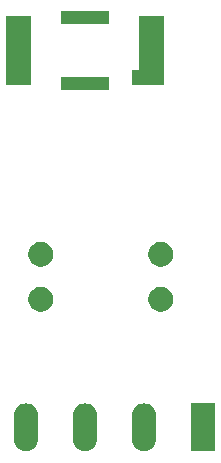
<source format=gbr>
G04 #@! TF.GenerationSoftware,KiCad,Pcbnew,(5.1.6)-1*
G04 #@! TF.CreationDate,2020-07-07T10:11:21-05:00*
G04 #@! TF.ProjectId,Ductos,44756374-6f73-42e6-9b69-6361645f7063,rev?*
G04 #@! TF.SameCoordinates,Original*
G04 #@! TF.FileFunction,Soldermask,Top*
G04 #@! TF.FilePolarity,Negative*
%FSLAX46Y46*%
G04 Gerber Fmt 4.6, Leading zero omitted, Abs format (unit mm)*
G04 Created by KiCad (PCBNEW (5.1.6)-1) date 2020-07-07 10:11:21*
%MOMM*%
%LPD*%
G01*
G04 APERTURE LIST*
%ADD10C,0.100000*%
G04 APERTURE END LIST*
D10*
G36*
X44594072Y-74864063D02*
G01*
X44790301Y-74923589D01*
X44790303Y-74923590D01*
X44971145Y-75020252D01*
X45129660Y-75150340D01*
X45259747Y-75308854D01*
X45356411Y-75489699D01*
X45415937Y-75685928D01*
X45431000Y-75838868D01*
X45431000Y-77921132D01*
X45415937Y-78074072D01*
X45356411Y-78270300D01*
X45356410Y-78270303D01*
X45259748Y-78451145D01*
X45129660Y-78609660D01*
X45012437Y-78705860D01*
X44971146Y-78739747D01*
X44790300Y-78836411D01*
X44594071Y-78895937D01*
X44390000Y-78916036D01*
X44185928Y-78895937D01*
X43989699Y-78836411D01*
X43989697Y-78836410D01*
X43808855Y-78739748D01*
X43650340Y-78609660D01*
X43554140Y-78492437D01*
X43520253Y-78451146D01*
X43423589Y-78270300D01*
X43364063Y-78074071D01*
X43349000Y-77921131D01*
X43349001Y-75838868D01*
X43364064Y-75685928D01*
X43423590Y-75489699D01*
X43520254Y-75308854D01*
X43650341Y-75150340D01*
X43808856Y-75020252D01*
X43989698Y-74923590D01*
X43989700Y-74923589D01*
X44185929Y-74864063D01*
X44390000Y-74843964D01*
X44594072Y-74864063D01*
G37*
G36*
X49594072Y-74864063D02*
G01*
X49790301Y-74923589D01*
X49790303Y-74923590D01*
X49971145Y-75020252D01*
X50129660Y-75150340D01*
X50259747Y-75308854D01*
X50356411Y-75489699D01*
X50415937Y-75685928D01*
X50431000Y-75838868D01*
X50431000Y-77921132D01*
X50415937Y-78074072D01*
X50356411Y-78270300D01*
X50356410Y-78270303D01*
X50259748Y-78451145D01*
X50129660Y-78609660D01*
X50012437Y-78705860D01*
X49971146Y-78739747D01*
X49790300Y-78836411D01*
X49594071Y-78895937D01*
X49390000Y-78916036D01*
X49185928Y-78895937D01*
X48989699Y-78836411D01*
X48989697Y-78836410D01*
X48808855Y-78739748D01*
X48650340Y-78609660D01*
X48554140Y-78492437D01*
X48520253Y-78451146D01*
X48423589Y-78270300D01*
X48364063Y-78074071D01*
X48349000Y-77921131D01*
X48349001Y-75838868D01*
X48364064Y-75685928D01*
X48423590Y-75489699D01*
X48520254Y-75308854D01*
X48650341Y-75150340D01*
X48808856Y-75020252D01*
X48989698Y-74923590D01*
X48989700Y-74923589D01*
X49185929Y-74864063D01*
X49390000Y-74843964D01*
X49594072Y-74864063D01*
G37*
G36*
X39594072Y-74864063D02*
G01*
X39790301Y-74923589D01*
X39790303Y-74923590D01*
X39971145Y-75020252D01*
X40129660Y-75150340D01*
X40259747Y-75308854D01*
X40356411Y-75489699D01*
X40415937Y-75685928D01*
X40431000Y-75838868D01*
X40431000Y-77921132D01*
X40415937Y-78074072D01*
X40356411Y-78270300D01*
X40356410Y-78270303D01*
X40259748Y-78451145D01*
X40129660Y-78609660D01*
X40012437Y-78705860D01*
X39971146Y-78739747D01*
X39790300Y-78836411D01*
X39594071Y-78895937D01*
X39390000Y-78916036D01*
X39185928Y-78895937D01*
X38989699Y-78836411D01*
X38989697Y-78836410D01*
X38808855Y-78739748D01*
X38650340Y-78609660D01*
X38554140Y-78492437D01*
X38520253Y-78451146D01*
X38423589Y-78270300D01*
X38364063Y-78074071D01*
X38349000Y-77921131D01*
X38349001Y-75838868D01*
X38364064Y-75685928D01*
X38423590Y-75489699D01*
X38520254Y-75308854D01*
X38650341Y-75150340D01*
X38808856Y-75020252D01*
X38989698Y-74923590D01*
X38989700Y-74923589D01*
X39185929Y-74864063D01*
X39390000Y-74843964D01*
X39594072Y-74864063D01*
G37*
G36*
X55431000Y-78911000D02*
G01*
X53349000Y-78911000D01*
X53349000Y-74849000D01*
X55431000Y-74849000D01*
X55431000Y-78911000D01*
G37*
G36*
X51106564Y-65029389D02*
G01*
X51297833Y-65108615D01*
X51297835Y-65108616D01*
X51469973Y-65223635D01*
X51616365Y-65370027D01*
X51731385Y-65542167D01*
X51810611Y-65733436D01*
X51851000Y-65936484D01*
X51851000Y-66143516D01*
X51810611Y-66346564D01*
X51731385Y-66537833D01*
X51731384Y-66537835D01*
X51616365Y-66709973D01*
X51469973Y-66856365D01*
X51297835Y-66971384D01*
X51297834Y-66971385D01*
X51297833Y-66971385D01*
X51106564Y-67050611D01*
X50903516Y-67091000D01*
X50696484Y-67091000D01*
X50493436Y-67050611D01*
X50302167Y-66971385D01*
X50302166Y-66971385D01*
X50302165Y-66971384D01*
X50130027Y-66856365D01*
X49983635Y-66709973D01*
X49868616Y-66537835D01*
X49868615Y-66537833D01*
X49789389Y-66346564D01*
X49749000Y-66143516D01*
X49749000Y-65936484D01*
X49789389Y-65733436D01*
X49868615Y-65542167D01*
X49983635Y-65370027D01*
X50130027Y-65223635D01*
X50302165Y-65108616D01*
X50302167Y-65108615D01*
X50493436Y-65029389D01*
X50696484Y-64989000D01*
X50903516Y-64989000D01*
X51106564Y-65029389D01*
G37*
G36*
X40946564Y-65029389D02*
G01*
X41137833Y-65108615D01*
X41137835Y-65108616D01*
X41309973Y-65223635D01*
X41456365Y-65370027D01*
X41571385Y-65542167D01*
X41650611Y-65733436D01*
X41691000Y-65936484D01*
X41691000Y-66143516D01*
X41650611Y-66346564D01*
X41571385Y-66537833D01*
X41571384Y-66537835D01*
X41456365Y-66709973D01*
X41309973Y-66856365D01*
X41137835Y-66971384D01*
X41137834Y-66971385D01*
X41137833Y-66971385D01*
X40946564Y-67050611D01*
X40743516Y-67091000D01*
X40536484Y-67091000D01*
X40333436Y-67050611D01*
X40142167Y-66971385D01*
X40142166Y-66971385D01*
X40142165Y-66971384D01*
X39970027Y-66856365D01*
X39823635Y-66709973D01*
X39708616Y-66537835D01*
X39708615Y-66537833D01*
X39629389Y-66346564D01*
X39589000Y-66143516D01*
X39589000Y-65936484D01*
X39629389Y-65733436D01*
X39708615Y-65542167D01*
X39823635Y-65370027D01*
X39970027Y-65223635D01*
X40142165Y-65108616D01*
X40142167Y-65108615D01*
X40333436Y-65029389D01*
X40536484Y-64989000D01*
X40743516Y-64989000D01*
X40946564Y-65029389D01*
G37*
G36*
X51106564Y-61219389D02*
G01*
X51297833Y-61298615D01*
X51297835Y-61298616D01*
X51469973Y-61413635D01*
X51616365Y-61560027D01*
X51731385Y-61732167D01*
X51810611Y-61923436D01*
X51851000Y-62126484D01*
X51851000Y-62333516D01*
X51810611Y-62536564D01*
X51731385Y-62727833D01*
X51731384Y-62727835D01*
X51616365Y-62899973D01*
X51469973Y-63046365D01*
X51297835Y-63161384D01*
X51297834Y-63161385D01*
X51297833Y-63161385D01*
X51106564Y-63240611D01*
X50903516Y-63281000D01*
X50696484Y-63281000D01*
X50493436Y-63240611D01*
X50302167Y-63161385D01*
X50302166Y-63161385D01*
X50302165Y-63161384D01*
X50130027Y-63046365D01*
X49983635Y-62899973D01*
X49868616Y-62727835D01*
X49868615Y-62727833D01*
X49789389Y-62536564D01*
X49749000Y-62333516D01*
X49749000Y-62126484D01*
X49789389Y-61923436D01*
X49868615Y-61732167D01*
X49983635Y-61560027D01*
X50130027Y-61413635D01*
X50302165Y-61298616D01*
X50302167Y-61298615D01*
X50493436Y-61219389D01*
X50696484Y-61179000D01*
X50903516Y-61179000D01*
X51106564Y-61219389D01*
G37*
G36*
X40946564Y-61219389D02*
G01*
X41137833Y-61298615D01*
X41137835Y-61298616D01*
X41309973Y-61413635D01*
X41456365Y-61560027D01*
X41571385Y-61732167D01*
X41650611Y-61923436D01*
X41691000Y-62126484D01*
X41691000Y-62333516D01*
X41650611Y-62536564D01*
X41571385Y-62727833D01*
X41571384Y-62727835D01*
X41456365Y-62899973D01*
X41309973Y-63046365D01*
X41137835Y-63161384D01*
X41137834Y-63161385D01*
X41137833Y-63161385D01*
X40946564Y-63240611D01*
X40743516Y-63281000D01*
X40536484Y-63281000D01*
X40333436Y-63240611D01*
X40142167Y-63161385D01*
X40142166Y-63161385D01*
X40142165Y-63161384D01*
X39970027Y-63046365D01*
X39823635Y-62899973D01*
X39708616Y-62727835D01*
X39708615Y-62727833D01*
X39629389Y-62536564D01*
X39589000Y-62333516D01*
X39589000Y-62126484D01*
X39629389Y-61923436D01*
X39708615Y-61732167D01*
X39823635Y-61560027D01*
X39970027Y-61413635D01*
X40142165Y-61298616D01*
X40142167Y-61298615D01*
X40333436Y-61219389D01*
X40536484Y-61179000D01*
X40743516Y-61179000D01*
X40946564Y-61219389D01*
G37*
G36*
X46441000Y-48331000D02*
G01*
X42339000Y-48331000D01*
X42339000Y-47229000D01*
X46441000Y-47229000D01*
X46441000Y-48331000D01*
G37*
G36*
X51091000Y-47931000D02*
G01*
X48389000Y-47931000D01*
X48389000Y-46629000D01*
X48864001Y-46629000D01*
X48888387Y-46626598D01*
X48911836Y-46619485D01*
X48933447Y-46607934D01*
X48952389Y-46592389D01*
X48967934Y-46573447D01*
X48979485Y-46551836D01*
X48986598Y-46528387D01*
X48989000Y-46504001D01*
X48989000Y-42069000D01*
X51091000Y-42069000D01*
X51091000Y-47931000D01*
G37*
G36*
X39791000Y-47931000D02*
G01*
X37689000Y-47931000D01*
X37689000Y-42069000D01*
X39791000Y-42069000D01*
X39791000Y-47931000D01*
G37*
G36*
X46441000Y-42771000D02*
G01*
X42339000Y-42771000D01*
X42339000Y-41669000D01*
X46441000Y-41669000D01*
X46441000Y-42771000D01*
G37*
M02*

</source>
